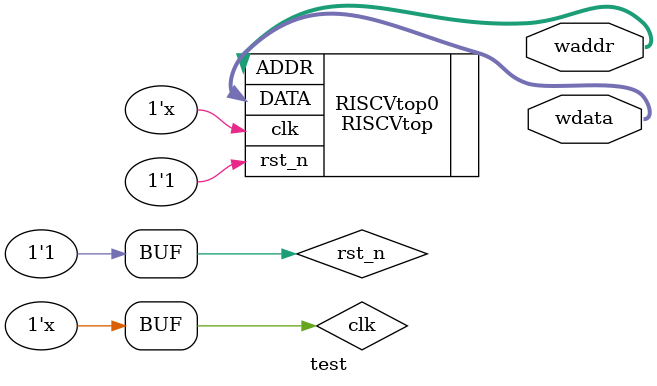
<source format=v>
`timescale 1ns / 1ps


module test(
	output [31:0]   waddr,
	output [31:0]  wdata
 );
reg clk;
reg rst_n;


initial begin
    clk = 0;
    rst_n = 0;
    #100;
    rst_n = 1'b1;
end
always #20 clk = ~clk;

RISCVtop RISCVtop0(
    .clk(clk),
    .rst_n(rst_n),
	.ADDR(waddr),
	.DATA(wdata)
);

endmodule

</source>
